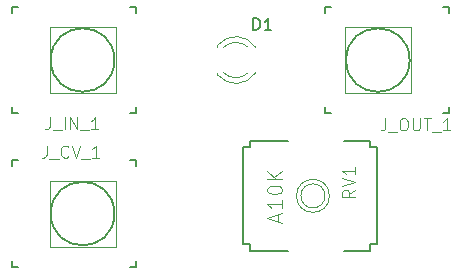
<source format=gbr>
G04 #@! TF.GenerationSoftware,KiCad,Pcbnew,(5.0.0)*
G04 #@! TF.CreationDate,2018-08-26T11:39:21+02:00*
G04 #@! TF.ProjectId,1u_lpg,31755F6C70672E6B696361645F706362,rev?*
G04 #@! TF.SameCoordinates,Original*
G04 #@! TF.FileFunction,Legend,Top*
G04 #@! TF.FilePolarity,Positive*
%FSLAX46Y46*%
G04 Gerber Fmt 4.6, Leading zero omitted, Abs format (unit mm)*
G04 Created by KiCad (PCBNEW (5.0.0)) date 08/26/18 11:39:21*
%MOMM*%
%LPD*%
G01*
G04 APERTURE LIST*
%ADD10C,0.120000*%
%ADD11C,0.066040*%
%ADD12C,0.127000*%
%ADD13C,0.203200*%
%ADD14C,0.050800*%
%ADD15C,0.150000*%
%ADD16C,0.076200*%
%ADD17C,0.101600*%
G04 APERTURE END LIST*
D10*
G04 #@! TO.C,D1*
X17920000Y-5580000D02*
X17920000Y-5736000D01*
X17920000Y-3264000D02*
X17920000Y-3420000D01*
X20521130Y-5579837D02*
G75*
G02X18439039Y-5580000I-1041130J1079837D01*
G01*
X20521130Y-3420163D02*
G75*
G03X18439039Y-3420000I-1041130J-1079837D01*
G01*
X21152335Y-5578608D02*
G75*
G02X17920000Y-5735516I-1672335J1078608D01*
G01*
X21152335Y-3421392D02*
G75*
G03X17920000Y-3264484I-1672335J-1078608D01*
G01*
D11*
G04 #@! TO.C,J_CV_1*
X9299080Y-20299080D02*
X9299080Y-14700920D01*
X9299080Y-14700920D02*
X3700920Y-14700920D01*
X3700920Y-20299080D02*
X3700920Y-14700920D01*
X9299080Y-20299080D02*
X3700920Y-20299080D01*
D12*
X1000900Y-21998340D02*
X500520Y-21998340D01*
X500520Y-21998340D02*
X500520Y-21497960D01*
X500520Y-13502040D02*
X500520Y-13001660D01*
X500520Y-13001660D02*
X1000900Y-13001660D01*
X10497960Y-13001660D02*
X10998340Y-13001660D01*
X10998340Y-13001660D02*
X10998340Y-13502040D01*
X10497960Y-21998340D02*
X10998340Y-21998340D01*
X10998340Y-21998340D02*
X10998340Y-21497960D01*
X9189860Y-17500000D02*
G75*
G03X9189860Y-17500000I-2689860J0D01*
G01*
G04 #@! TO.C,J_IN_1*
X9189860Y-4500000D02*
G75*
G03X9189860Y-4500000I-2689860J0D01*
G01*
X10998340Y-8998340D02*
X10998340Y-8497960D01*
X10497960Y-8998340D02*
X10998340Y-8998340D01*
X10998340Y-1660D02*
X10998340Y-502040D01*
X10497960Y-1660D02*
X10998340Y-1660D01*
X500520Y-1660D02*
X1000900Y-1660D01*
X500520Y-502040D02*
X500520Y-1660D01*
X500520Y-8998340D02*
X500520Y-8497960D01*
X1000900Y-8998340D02*
X500520Y-8998340D01*
D11*
X9299080Y-7299080D02*
X3700920Y-7299080D01*
X3700920Y-7299080D02*
X3700920Y-1700920D01*
X9299080Y-1700920D02*
X3700920Y-1700920D01*
X9299080Y-7299080D02*
X9299080Y-1700920D01*
G04 #@! TO.C,J_OUT_1*
X28700920Y-1700920D02*
X28700920Y-7299080D01*
X28700920Y-7299080D02*
X34299080Y-7299080D01*
X34299080Y-1700920D02*
X34299080Y-7299080D01*
X28700920Y-1700920D02*
X34299080Y-1700920D01*
D12*
X36999100Y-1660D02*
X37499480Y-1660D01*
X37499480Y-1660D02*
X37499480Y-502040D01*
X37499480Y-8497960D02*
X37499480Y-8998340D01*
X37499480Y-8998340D02*
X36999100Y-8998340D01*
X27502040Y-8998340D02*
X27001660Y-8998340D01*
X27001660Y-8998340D02*
X27001660Y-8497960D01*
X27502040Y-1660D02*
X27001660Y-1660D01*
X27001660Y-1660D02*
X27001660Y-502040D01*
X34189860Y-4500000D02*
G75*
G03X34189860Y-4500000I-2689860J0D01*
G01*
D13*
G04 #@! TO.C,RV1*
X31397500Y-11900440D02*
X31397500Y-20099560D01*
X20102120Y-20099560D02*
X20102120Y-11900440D01*
X30848860Y-11900440D02*
X30848860Y-11351800D01*
X31397500Y-11900440D02*
X30848860Y-11900440D01*
X20650760Y-11900440D02*
X20102120Y-11900440D01*
X20650760Y-11351800D02*
X20650760Y-11900440D01*
X20650760Y-20099560D02*
X20650760Y-20648200D01*
X20102120Y-20099560D02*
X20650760Y-20099560D01*
X30848860Y-20099560D02*
X31397500Y-20099560D01*
X30848860Y-20648200D02*
X30848860Y-20099560D01*
X28649220Y-11351800D02*
X30848860Y-11351800D01*
X20650760Y-11351800D02*
X23851160Y-11351800D01*
X30848860Y-20648200D02*
X28649220Y-20648200D01*
X23851160Y-20648200D02*
X20650760Y-20648200D01*
D14*
X27397000Y-16000000D02*
G75*
G03X27397000Y-16000000I-1397000J0D01*
G01*
X27016000Y-16000000D02*
G75*
G03X27016000Y-16000000I-1016000J0D01*
G01*
G04 #@! TO.C,D1*
D15*
X20961904Y-1952380D02*
X20961904Y-952380D01*
X21200000Y-952380D01*
X21342857Y-1000000D01*
X21438095Y-1095238D01*
X21485714Y-1190476D01*
X21533333Y-1380952D01*
X21533333Y-1523809D01*
X21485714Y-1714285D01*
X21438095Y-1809523D01*
X21342857Y-1904761D01*
X21200000Y-1952380D01*
X20961904Y-1952380D01*
X22485714Y-1952380D02*
X21914285Y-1952380D01*
X22200000Y-1952380D02*
X22200000Y-952380D01*
X22104761Y-1095238D01*
X22009523Y-1190476D01*
X21914285Y-1238095D01*
G04 #@! TO.C,J_CV_1*
D16*
X3443809Y-11743619D02*
X3443809Y-12469333D01*
X3395428Y-12614476D01*
X3298666Y-12711238D01*
X3153523Y-12759619D01*
X3056761Y-12759619D01*
X3685714Y-12856380D02*
X4459809Y-12856380D01*
X5282285Y-12662857D02*
X5233904Y-12711238D01*
X5088761Y-12759619D01*
X4992000Y-12759619D01*
X4846857Y-12711238D01*
X4750095Y-12614476D01*
X4701714Y-12517714D01*
X4653333Y-12324190D01*
X4653333Y-12179047D01*
X4701714Y-11985523D01*
X4750095Y-11888761D01*
X4846857Y-11792000D01*
X4992000Y-11743619D01*
X5088761Y-11743619D01*
X5233904Y-11792000D01*
X5282285Y-11840380D01*
X5572571Y-11743619D02*
X5911238Y-12759619D01*
X6249904Y-11743619D01*
X6346666Y-12856380D02*
X7120761Y-12856380D01*
X7894857Y-12759619D02*
X7314285Y-12759619D01*
X7604571Y-12759619D02*
X7604571Y-11743619D01*
X7507809Y-11888761D01*
X7411047Y-11985523D01*
X7314285Y-12033904D01*
G04 #@! TO.C,J_IN_1*
X3713142Y-9343619D02*
X3713142Y-10069333D01*
X3664761Y-10214476D01*
X3568000Y-10311238D01*
X3422857Y-10359619D01*
X3326095Y-10359619D01*
X3955047Y-10456380D02*
X4729142Y-10456380D01*
X4971047Y-10359619D02*
X4971047Y-9343619D01*
X5454857Y-10359619D02*
X5454857Y-9343619D01*
X6035428Y-10359619D01*
X6035428Y-9343619D01*
X6277333Y-10456380D02*
X7051428Y-10456380D01*
X7825523Y-10359619D02*
X7244952Y-10359619D01*
X7535238Y-10359619D02*
X7535238Y-9343619D01*
X7438476Y-9488761D01*
X7341714Y-9585523D01*
X7244952Y-9633904D01*
G04 #@! TO.C,J_OUT_1*
X32135809Y-9443619D02*
X32135809Y-10169333D01*
X32087428Y-10314476D01*
X31990666Y-10411238D01*
X31845523Y-10459619D01*
X31748761Y-10459619D01*
X32377714Y-10556380D02*
X33151809Y-10556380D01*
X33587238Y-9443619D02*
X33780761Y-9443619D01*
X33877523Y-9492000D01*
X33974285Y-9588761D01*
X34022666Y-9782285D01*
X34022666Y-10120952D01*
X33974285Y-10314476D01*
X33877523Y-10411238D01*
X33780761Y-10459619D01*
X33587238Y-10459619D01*
X33490476Y-10411238D01*
X33393714Y-10314476D01*
X33345333Y-10120952D01*
X33345333Y-9782285D01*
X33393714Y-9588761D01*
X33490476Y-9492000D01*
X33587238Y-9443619D01*
X34458095Y-9443619D02*
X34458095Y-10266095D01*
X34506476Y-10362857D01*
X34554857Y-10411238D01*
X34651619Y-10459619D01*
X34845142Y-10459619D01*
X34941904Y-10411238D01*
X34990285Y-10362857D01*
X35038666Y-10266095D01*
X35038666Y-9443619D01*
X35377333Y-9443619D02*
X35957904Y-9443619D01*
X35667619Y-10459619D02*
X35667619Y-9443619D01*
X36054666Y-10556380D02*
X36828761Y-10556380D01*
X37602857Y-10459619D02*
X37022285Y-10459619D01*
X37312571Y-10459619D02*
X37312571Y-9443619D01*
X37215809Y-9588761D01*
X37119047Y-9685523D01*
X37022285Y-9733904D01*
G04 #@! TO.C,RV1*
X29556000Y-15492000D02*
X29048000Y-15847600D01*
X29556000Y-16101600D02*
X28489200Y-16101600D01*
X28489200Y-15695200D01*
X28540000Y-15593600D01*
X28590800Y-15542800D01*
X28692400Y-15492000D01*
X28844800Y-15492000D01*
X28946400Y-15542800D01*
X28997200Y-15593600D01*
X29048000Y-15695200D01*
X29048000Y-16101600D01*
X28489200Y-15187200D02*
X29556000Y-14831600D01*
X28489200Y-14476000D01*
X29556000Y-13561600D02*
X29556000Y-14171200D01*
X29556000Y-13866400D02*
X28489200Y-13866400D01*
X28641600Y-13968000D01*
X28743200Y-14069600D01*
X28794000Y-14171200D01*
D17*
X23036666Y-18146904D02*
X23036666Y-17542142D01*
X23399523Y-18267857D02*
X22129523Y-17844523D01*
X23399523Y-17421190D01*
X23399523Y-16332619D02*
X23399523Y-17058333D01*
X23399523Y-16695476D02*
X22129523Y-16695476D01*
X22310952Y-16816428D01*
X22431904Y-16937380D01*
X22492380Y-17058333D01*
X22129523Y-15546428D02*
X22129523Y-15425476D01*
X22190000Y-15304523D01*
X22250476Y-15244047D01*
X22371428Y-15183571D01*
X22613333Y-15123095D01*
X22915714Y-15123095D01*
X23157619Y-15183571D01*
X23278571Y-15244047D01*
X23339047Y-15304523D01*
X23399523Y-15425476D01*
X23399523Y-15546428D01*
X23339047Y-15667380D01*
X23278571Y-15727857D01*
X23157619Y-15788333D01*
X22915714Y-15848809D01*
X22613333Y-15848809D01*
X22371428Y-15788333D01*
X22250476Y-15727857D01*
X22190000Y-15667380D01*
X22129523Y-15546428D01*
X23399523Y-14578809D02*
X22129523Y-14578809D01*
X23399523Y-13853095D02*
X22673809Y-14397380D01*
X22129523Y-13853095D02*
X22855238Y-14578809D01*
G04 #@! TD*
M02*

</source>
